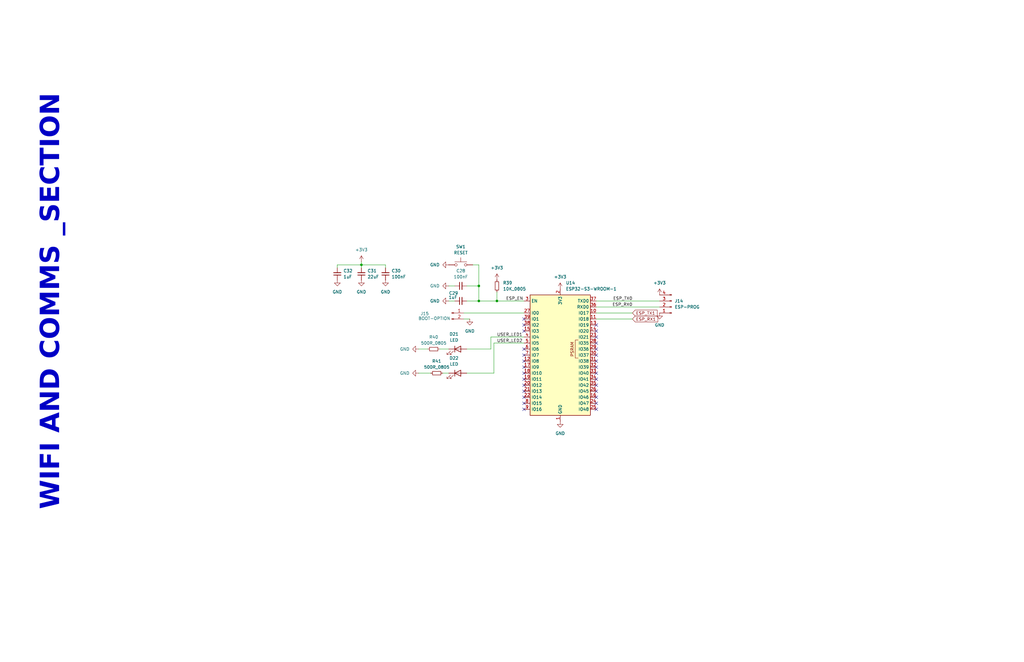
<source format=kicad_sch>
(kicad_sch (version 20250114) (generator "eeschema") (generator_version "9.0")
  (paper "B")
  (lib_symbols
    (symbol "Connector:Conn_01x02_Pin" (pin_names (offset 1.016) (hide yes))
      (property "Reference" "J" (at 0 2.54 0))
      (property "Value" "Conn_01x02_Pin" (at 0 -5.08 0))
      (symbol "Conn_01x02_Pin_1_1"
        (rectangle (start 0.8636 0.127) (end 0 -0.127) (stroke (width 0.1524)) (fill (type outline)))
        (rectangle (start 0.8636 -2.413) (end 0 -2.667) (stroke (width 0.1524)) (fill (type outline)))
        (polyline (pts (xy 1.27 0) (xy 0.8636 0)) (stroke (width 0.1524)))
        (polyline (pts (xy 1.27 -2.54) (xy 0.8636 -2.54)) (stroke (width 0.1524)))
        (pin passive line (at 5.08 0 180) (length 3.81) (name "Pin_1") (number "1"))
        (pin passive line (at 5.08 -2.54 180) (length 3.81) (name "Pin_2") (number "2"))
      )
    )
    (symbol "Connector:Conn_01x04_Pin" (pin_names (offset 1.016) (hide yes))
      (property "Reference" "J" (at 0 5.08 0))
      (property "Value" "Conn_01x04_Pin" (at 0 -7.62 0))
      (symbol "Conn_01x04_Pin_1_1"
        (rectangle (start 0.8636 2.667) (end 0 2.413) (stroke (width 0.1524)) (fill (type outline)))
        (rectangle (start 0.8636 0.127) (end 0 -0.127) (stroke (width 0.1524)) (fill (type outline)))
        (rectangle (start 0.8636 -2.413) (end 0 -2.667) (stroke (width 0.1524)) (fill (type outline)))
        (rectangle (start 0.8636 -4.953) (end 0 -5.207) (stroke (width 0.1524)) (fill (type outline)))
        (polyline (pts (xy 1.27 2.54) (xy 0.8636 2.54)) (stroke (width 0.1524)))
        (polyline (pts (xy 1.27 0) (xy 0.8636 0)) (stroke (width 0.1524)))
        (polyline (pts (xy 1.27 -2.54) (xy 0.8636 -2.54)) (stroke (width 0.1524)))
        (polyline (pts (xy 1.27 -5.08) (xy 0.8636 -5.08)) (stroke (width 0.1524)))
        (pin passive line (at 5.08 2.54 180) (length 3.81) (name "Pin_1") (number "1"))
        (pin passive line (at 5.08 0 180) (length 3.81) (name "Pin_2") (number "2"))
        (pin passive line (at 5.08 -2.54 180) (length 3.81) (name "Pin_3") (number "3"))
        (pin passive line (at 5.08 -5.08 180) (length 3.81) (name "Pin_4") (number "4"))
      )
    )
    (symbol "Device:C_Small" (pin_numbers (hide yes)) (pin_names (offset 0.254) (hide yes))
      (property "Reference" "C" (at 0.254 1.778 0))
      (property "Value" "C_Small" (at 0.254 -2.032 0))
      (symbol "C_Small_0_1"
        (polyline (pts (xy -1.524 0.508) (xy 1.524 0.508)) (stroke (width 0.3048)))
        (polyline (pts (xy -1.524 -0.508) (xy 1.524 -0.508)) (stroke (width 0.3302)))
      )
      (symbol "C_Small_1_1"
        (pin passive line (at 0 2.54 270) (length 2.032) (name "~") (number "1"))
        (pin passive line (at 0 -2.54 90) (length 2.032) (name "~") (number "2"))
      )
    )
    (symbol "Device:LED" (pin_numbers (hide yes)) (pin_names (offset 1.016) (hide yes))
      (property "Reference" "D" (at 0 2.54 0))
      (property "Value" "LED" (at 0 -2.54 0))
      (symbol "LED_0_1"
        (polyline (pts (xy -3.048 -0.762) (xy -4.572 -2.286) (xy -3.81 -2.286) (xy -4.572 -2.286) (xy -4.572 -1.524)))
        (polyline (pts (xy -1.778 -0.762) (xy -3.302 -2.286) (xy -2.54 -2.286) (xy -3.302 -2.286) (xy -3.302 -1.524)))
        (polyline (pts (xy -1.27 0) (xy 1.27 0)))
        (polyline (pts (xy -1.27 -1.27) (xy -1.27 1.27)) (stroke (width 0.254)))
        (polyline (pts (xy 1.27 -1.27) (xy 1.27 1.27) (xy -1.27 0) (xy 1.27 -1.27)) (stroke (width 0.254)))
      )
      (symbol "LED_1_1"
        (pin passive line (at -3.81 0 0) (length 2.54) (name "K") (number "1"))
        (pin passive line (at 3.81 0 180) (length 2.54) (name "A") (number "2"))
      )
    )
    (symbol "Device:R_Small" (pin_numbers (hide yes)) (pin_names (offset 0.254) (hide yes))
      (property "Reference" "R" (at 0.762 0.508 0))
      (property "Value" "R_Small" (at 0.762 -1.016 0))
      (symbol "R_Small_0_1"
        (rectangle (start -0.762 1.778) (end 0.762 -1.778) (stroke (width 0.2032)))
      )
      (symbol "R_Small_1_1"
        (pin passive line (at 0 2.54 270) (length 0.762) (name "~") (number "1"))
        (pin passive line (at 0 -2.54 90) (length 0.762) (name "~") (number "2"))
      )
    )
    (symbol "RF_Module:ESP32-S3-WROOM-1"
      (property "Reference" "U" (at -12.7 26.67 0))
      (property "Value" "ESP32-S3-WROOM-1" (at 12.7 26.67 0))
      (symbol "ESP32-S3-WROOM-1_0_0"
        (rectangle (start -12.7 25.4) (end 12.7 -25.4) (stroke (width 0.254)) (fill (type background)))
        (text "PSRAM" (at 5.08 2.54 900) (effects (font (size 1.27 1.27))))
      )
      (symbol "ESP32-S3-WROOM-1_0_1"
        (polyline (pts (xy 7.62 -1.27) (xy 6.35 -1.27) (xy 6.35 6.35) (xy 7.62 6.35)))
      )
      (symbol "ESP32-S3-WROOM-1_1_1"
        (pin input line (at -15.24 22.86 0) (length 2.54) (name "EN") (number "3"))
        (pin bidirectional line (at -15.24 17.78 0) (length 2.54) (name "IO0") (number "27"))
        (pin bidirectional line (at -15.24 15.24 0) (length 2.54) (name "IO1") (number "39"))
        (pin bidirectional line (at -15.24 12.7 0) (length 2.54) (name "IO2") (number "38"))
        (pin bidirectional line (at -15.24 10.16 0) (length 2.54) (name "IO3") (number "15"))
        (pin bidirectional line (at -15.24 7.62 0) (length 2.54) (name "IO4") (number "4"))
        (pin bidirectional line (at -15.24 5.08 0) (length 2.54) (name "IO5") (number "5"))
        (pin bidirectional line (at -15.24 2.54 0) (length 2.54) (name "IO6") (number "6"))
        (pin bidirectional line (at -15.24 0 0) (length 2.54) (name "IO7") (number "7"))
        (pin bidirectional line (at -15.24 -2.54 0) (length 2.54) (name "IO8") (number "12"))
        (pin bidirectional line (at -15.24 -5.08 0) (length 2.54) (name "IO9") (number "17"))
        (pin bidirectional line (at -15.24 -7.62 0) (length 2.54) (name "IO10") (number "18"))
        (pin bidirectional line (at -15.24 -10.16 0) (length 2.54) (name "IO11") (number "19"))
        (pin bidirectional line (at -15.24 -12.7 0) (length 2.54) (name "IO12") (number "20"))
        (pin bidirectional line (at -15.24 -15.24 0) (length 2.54) (name "IO13") (number "21"))
        (pin bidirectional line (at -15.24 -17.78 0) (length 2.54) (name "IO14") (number "22"))
        (pin bidirectional line (at -15.24 -20.32 0) (length 2.54) (name "IO15") (number "8"))
        (pin bidirectional line (at -15.24 -22.86 0) (length 2.54) (name "IO16") (number "9"))
        (pin power_in line (at 0 27.94 270) (length 2.54) (name "3V3") (number "2"))
        (pin power_in line (at 0 -27.94 90) (length 2.54) (name "GND") (number "1"))
        (pin passive line (at 0 -27.94 90) (length 2.54) (hide yes) (name "GND") (number "40"))
        (pin passive line (at 0 -27.94 90) (length 2.54) (hide yes) (name "GND") (number "41"))
        (pin bidirectional line (at 15.24 22.86 180) (length 2.54) (name "TXD0") (number "37"))
        (pin bidirectional line (at 15.24 20.32 180) (length 2.54) (name "RXD0") (number "36"))
        (pin bidirectional line (at 15.24 17.78 180) (length 2.54) (name "IO17") (number "10"))
        (pin bidirectional line (at 15.24 15.24 180) (length 2.54) (name "IO18") (number "11"))
        (pin bidirectional line (at 15.24 12.7 180) (length 2.54) (name "IO19") (number "13"))
        (pin bidirectional line (at 15.24 10.16 180) (length 2.54) (name "IO20") (number "14"))
        (pin bidirectional line (at 15.24 7.62 180) (length 2.54) (name "IO21") (number "23"))
        (pin bidirectional line (at 15.24 5.08 180) (length 2.54) (name "IO35") (number "28"))
        (pin bidirectional line (at 15.24 2.54 180) (length 2.54) (name "IO36") (number "29"))
        (pin bidirectional line (at 15.24 0 180) (length 2.54) (name "IO37") (number "30"))
        (pin bidirectional line (at 15.24 -2.54 180) (length 2.54) (name "IO38") (number "31"))
        (pin bidirectional line (at 15.24 -5.08 180) (length 2.54) (name "IO39") (number "32"))
        (pin bidirectional line (at 15.24 -7.62 180) (length 2.54) (name "IO40") (number "33"))
        (pin bidirectional line (at 15.24 -10.16 180) (length 2.54) (name "IO41") (number "34"))
        (pin bidirectional line (at 15.24 -12.7 180) (length 2.54) (name "IO42") (number "35"))
        (pin bidirectional line (at 15.24 -15.24 180) (length 2.54) (name "IO45") (number "26"))
        (pin bidirectional line (at 15.24 -17.78 180) (length 2.54) (name "IO46") (number "16"))
        (pin bidirectional line (at 15.24 -20.32 180) (length 2.54) (name "IO47") (number "24"))
        (pin bidirectional line (at 15.24 -22.86 180) (length 2.54) (name "IO48") (number "25"))
      )
    )
    (symbol "Switch:SW_Push" (pin_numbers (hide yes)) (pin_names (offset 1.016) (hide yes))
      (property "Reference" "SW" (at 1.27 2.54 0))
      (property "Value" "SW_Push" (at 0 -1.524 0))
      (symbol "SW_Push_0_1"
        (circle (center -2.032 0) (radius 0.508))
        (polyline (pts (xy 0 1.27) (xy 0 3.048)))
        (circle (center 2.032 0) (radius 0.508))
        (polyline (pts (xy 2.54 1.27) (xy -2.54 1.27)))
        (pin passive line (at -5.08 0 0) (length 2.54) (name "1") (number "1"))
        (pin passive line (at 5.08 0 180) (length 2.54) (name "2") (number "2"))
      )
    )
    (symbol "power:+3V3" (power) (pin_numbers (hide yes)) (pin_names (offset 0) (hide yes))
      (property "Value" "+3V3" (at 0 3.556 0))
      (symbol "+3V3_0_1"
        (polyline (pts (xy -0.762 1.27) (xy 0 2.54)))
        (polyline (pts (xy 0 2.54) (xy 0.762 1.27)))
        (polyline (pts (xy 0 0) (xy 0 2.54)))
      )
      (symbol "+3V3_1_1"
        (pin power_in line (at 0 0 90) (length 0) (name "~") (number "1"))
      )
    )
    (symbol "power:GND" (power) (pin_numbers (hide yes)) (pin_names (offset 0) (hide yes))
      (property "Value" "GND" (at 0 -3.81 0))
      (symbol "GND_0_1"
        (polyline (pts (xy 0 0) (xy 0 -1.27) (xy 1.27 -1.27) (xy 0 -2.54) (xy -1.27 -1.27) (xy 0 -1.27)))
      )
      (symbol "GND_1_1"
        (pin power_in line (at 0 0 270) (length 0) (name "~") (number "1"))
      )
    )
  )
  (text "WIFI AND COMMS _SECTION\n" (at 23.622 127.254 90) (effects (font (size 8 8) (thickness 1.6) (bold yes))))
  (junction (at 209.55 127))
  (junction (at 201.93 120.65))
  (junction (at 152.4 111.76))
  (junction (at 201.93 127))
  (no_connect (at 251.46 165.1))
  (no_connect (at 251.46 142.24))
  (no_connect (at 220.98 157.48))
  (no_connect (at 251.46 137.16))
  (no_connect (at 251.46 167.64))
  (no_connect (at 251.46 157.48))
  (no_connect (at 220.98 137.16))
  (no_connect (at 220.98 154.94))
  (no_connect (at 220.98 162.56))
  (no_connect (at 220.98 160.02))
  (no_connect (at 251.46 170.18))
  (no_connect (at 220.98 152.4))
  (no_connect (at 220.98 170.18))
  (no_connect (at 251.46 144.78))
  (no_connect (at 251.46 162.56))
  (no_connect (at 220.98 172.72))
  (no_connect (at 220.98 134.62))
  (no_connect (at 251.46 147.32))
  (no_connect (at 220.98 149.86))
  (no_connect (at 251.46 152.4))
  (no_connect (at 251.46 172.72))
  (no_connect (at 251.46 160.02))
  (no_connect (at 220.98 165.1))
  (no_connect (at 251.46 154.94))
  (no_connect (at 251.46 139.7))
  (no_connect (at 251.46 149.86))
  (no_connect (at 220.98 139.7))
  (no_connect (at 220.98 147.32))
  (no_connect (at 220.98 167.64))
  (wire (pts (xy 209.55 127) (xy 220.98 127)))
  (wire (pts (xy 186.69 157.48) (xy 189.23 157.48)))
  (wire (pts (xy 142.24 111.76) (xy 152.4 111.76)))
  (wire (pts (xy 176.53 157.48) (xy 181.61 157.48)))
  (wire (pts (xy 196.85 147.32) (xy 207.01 147.32)))
  (wire (pts (xy 207.01 142.24) (xy 220.98 142.24)))
  (wire (pts (xy 162.56 113.03) (xy 162.56 111.76)))
  (wire (pts (xy 162.56 111.76) (xy 152.4 111.76)))
  (wire (pts (xy 251.46 127) (xy 278.13 127)))
  (wire (pts (xy 201.93 127) (xy 209.55 127)))
  (wire (pts (xy 152.4 110.49) (xy 152.4 111.76)))
  (wire (pts (xy 176.53 147.32) (xy 180.34 147.32)))
  (wire (pts (xy 201.93 120.65) (xy 196.85 120.65)))
  (wire (pts (xy 207.01 147.32) (xy 207.01 142.24)))
  (wire (pts (xy 195.58 132.08) (xy 220.98 132.08)))
  (wire (pts (xy 196.85 127) (xy 201.93 127)))
  (wire (pts (xy 209.55 123.19) (xy 209.55 127)))
  (wire (pts (xy 208.28 144.78) (xy 220.98 144.78)))
  (wire (pts (xy 251.46 132.08) (xy 266.7 132.08)))
  (wire (pts (xy 251.46 129.54) (xy 278.13 129.54)))
  (wire (pts (xy 196.85 157.48) (xy 208.28 157.48)))
  (wire (pts (xy 201.93 120.65) (xy 201.93 127)))
  (wire (pts (xy 142.24 113.03) (xy 142.24 111.76)))
  (wire (pts (xy 189.23 127) (xy 191.77 127)))
  (wire (pts (xy 251.46 134.62) (xy 266.7 134.62)))
  (wire (pts (xy 185.42 147.32) (xy 189.23 147.32)))
  (wire (pts (xy 152.4 111.76) (xy 152.4 113.03)))
  (wire (pts (xy 199.39 111.76) (xy 201.93 111.76)))
  (wire (pts (xy 189.23 120.65) (xy 191.77 120.65)))
  (wire (pts (xy 201.93 111.76) (xy 201.93 120.65)))
  (wire (pts (xy 208.28 157.48) (xy 208.28 144.78)))
  (wire (pts (xy 198.12 134.62) (xy 195.58 134.62)))
  (label "USER_LED1" (at 209.55 142.24 0))
  (label "ESP_TX0" (at 266.7 127 180))
  (label "USER_LED2" (at 209.55 144.78 0))
  (label "ESP_EN" (at 213.36 127 0))
  (label "ESP_RX0" (at 266.7 129.54 180))
  (global_label "ESP_TX1" (shape input) (at 266.7 132.08 0) (property "Intersheetrefs" "${INTERSHEET_REFS}" (effects (hide yes))))
  (global_label "ESP_RX1" (shape input) (at 266.7 134.62 0) (property "Intersheetrefs" "${INTERSHEET_REFS}" (effects (hide yes))))
  (symbol (lib_id "Device:R_Small") (at 182.88 147.32 90) (unit 1)
    (property "Reference" "R40" (at 182.88 142.24 90))
    (property "Value" "500R_0805" (at 182.88 144.78 90))
    (property "Footprint" "Resistor_SMD:R_0805_2012Metric" (effects (hide yes)))
    (property "Description" "Resistor, small symbol" (effects (hide yes)))
    (property "LCSC Part#" "C2828857" (effects (hide yes)))
  )
  (symbol (lib_id "power:GND") (at 162.56 118.11 0) (unit 1)
    (property "Reference" "#PWR0140" (effects (hide yes)))
    (property "Value" "GND" (at 162.56 123.19 0))
    (property "Description" "Power symbol creates a global label with name \"GND\" , ground" (effects (hide yes)))
  )
  (symbol (lib_id "power:GND") (at 189.23 111.76 270) (unit 1)
    (property "Reference" "#PWR0135" (effects (hide yes)))
    (property "Value" "GND" (at 185.42 111.76 90) (effects (justify right)))
    (property "Description" "Power symbol creates a global label with name \"GND\" , ground" (effects (hide yes)))
  )
  (symbol (lib_id "power:GND") (at 142.24 118.11 0) (unit 1)
    (property "Reference" "#PWR0144" (effects (hide yes)))
    (property "Value" "GND" (at 142.24 123.19 0))
    (property "Description" "Power symbol creates a global label with name \"GND\" , ground" (effects (hide yes)))
  )
  (symbol (lib_id "power:+3V3") (at 236.22 121.92 0) (unit 1)
    (property "Reference" "#PWR0131" (effects (hide yes)))
    (property "Value" "+3V3" (at 236.22 116.84 0))
    (property "Description" "Power symbol creates a global label with name \"+3V3\"" (effects (hide yes)))
  )
  (symbol (lib_id "Connector:Conn_01x02_Pin") (at 190.5 132.08 0) (unit 1)
    (property "Reference" "J15" (at 179.07 132.334 0))
    (property "Value" "BOOT-OPTION" (at 183.134 134.366 0))
    (property "Footprint" "Connector_PinHeader_2.54mm:PinHeader_1x02_P2.54mm_Vertical" (effects (hide yes)))
    (property "Description" "Generic connector, single row, 01x02, script generated" (effects (hide yes)))
    (property "LCSC Part#" "C492401" (effects (hide yes)))
  )
  (symbol (lib_id "Device:LED") (at 193.04 157.48 0) (unit 1)
    (property "Reference" "D22" (at 191.4525 151.13 0))
    (property "Value" "LED" (at 191.4525 153.67 0))
    (property "Footprint" "LED_SMD:LED_0603_1608Metric" (effects (hide yes)))
    (property "Description" "Light emitting diode" (effects (hide yes)))
    (property "LCSC Part#" "C965800" (effects (hide yes)))
  )
  (symbol (lib_id "Connector:Conn_01x04_Pin") (at 283.21 129.54 180) (unit 1)
    (property "Reference" "J14" (at 284.48 127 0) (effects (justify right)))
    (property "Value" "ESP-PROG" (at 284.48 129.54 0) (effects (justify right)))
    (property "Footprint" "Connector_PinHeader_2.54mm:PinHeader_1x04_P2.54mm_Vertical" (effects (hide yes)))
    (property "Description" "Generic connector, single row, 01x04, script generated" (effects (hide yes)))
    (property "LCSC Part#" "C2691448" (effects (hide yes)))
  )
  (symbol (lib_id "power:GND") (at 189.23 127 270) (unit 1)
    (property "Reference" "#PWR0138" (effects (hide yes)))
    (property "Value" "GND" (at 185.42 127 90) (effects (justify right)))
    (property "Description" "Power symbol creates a global label with name \"GND\" , ground" (effects (hide yes)))
  )
  (symbol (lib_id "Device:C_Small") (at 142.24 115.57 180) (unit 1)
    (property "Reference" "C32" (at 144.78 114.2936 0) (effects (justify right)))
    (property "Value" "1uF" (at 144.78 116.8336 0) (effects (justify right)))
    (property "Footprint" "Capacitor_SMD:C_0805_2012Metric" (effects (hide yes)))
    (property "Description" "Unpolarized capacitor, small symbol" (effects (hide yes)))
    (property "LCSC Part#" "C28323" (effects (hide yes)))
  )
  (symbol (lib_id "Device:C_Small") (at 194.31 127 90) (unit 1)
    (property "Reference" "C29" (at 191.262 123.698 90))
    (property "Value" "1uF" (at 191.008 125.476 90))
    (property "Footprint" "Capacitor_SMD:C_0805_2012Metric" (effects (hide yes)))
    (property "Description" "Unpolarized capacitor, small symbol" (effects (hide yes)))
    (property "LCSC Part#" "C28323" (effects (hide yes)))
  )
  (symbol (lib_id "power:GND") (at 176.53 157.48 270) (unit 1)
    (property "Reference" "#PWR0142" (effects (hide yes)))
    (property "Value" "GND" (at 172.72 157.48 90) (effects (justify right)))
    (property "Description" "Power symbol creates a global label with name \"GND\" , ground" (effects (hide yes)))
  )
  (symbol (lib_id "Device:C_Small") (at 194.31 120.65 90) (unit 1)
    (property "Reference" "C28" (at 194.3163 114.3 90))
    (property "Value" "100nF" (at 194.3163 116.84 90))
    (property "Footprint" "Capacitor_SMD:C_0805_2012Metric" (effects (hide yes)))
    (property "Description" "Unpolarized capacitor, small symbol" (effects (hide yes)))
    (property "LCSC Part#" "C49678" (effects (hide yes)))
  )
  (symbol (lib_id "power:+3V3") (at 278.13 124.46 0) (unit 1)
    (property "Reference" "#PWR0132" (effects (hide yes)))
    (property "Value" "+3V3" (at 278.13 119.38 0))
    (property "Description" "Power symbol creates a global label with name \"+3V3\"" (effects (hide yes)))
  )
  (symbol (lib_id "Device:C_Small") (at 162.56 115.57 180) (unit 1)
    (property "Reference" "C30" (at 165.1 114.2936 0) (effects (justify right)))
    (property "Value" "100nF" (at 165.1 116.8336 0) (effects (justify right)))
    (property "Footprint" "Capacitor_SMD:C_0805_2012Metric" (effects (hide yes)))
    (property "Description" "Unpolarized capacitor, small symbol" (effects (hide yes)))
    (property "LCSC Part#" "C49678" (effects (hide yes)))
  )
  (symbol (lib_id "Switch:SW_Push") (at 194.31 111.76 0) (unit 1)
    (property "Reference" "SW1" (at 194.31 104.14 0))
    (property "Value" "RESET" (at 194.31 106.68 0))
    (property "Footprint" "Button_Switch_SMD:SW_SPST_PTS810" (effects (hide yes)))
    (property "Description" "Push button switch, generic, two pins" (effects (hide yes)))
    (property "LCSC Part#" "C116501" (effects (hide yes)))
  )
  (symbol (lib_id "power:GND") (at 236.22 177.8 0) (unit 1)
    (property "Reference" "#PWR0130" (effects (hide yes)))
    (property "Value" "GND" (at 236.22 182.88 0))
    (property "Description" "Power symbol creates a global label with name \"GND\" , ground" (effects (hide yes)))
  )
  (symbol (lib_id "Device:LED") (at 193.04 147.32 0) (unit 1)
    (property "Reference" "D21" (at 191.4525 140.97 0))
    (property "Value" "LED" (at 191.4525 143.51 0))
    (property "Footprint" "LED_SMD:LED_0603_1608Metric" (effects (hide yes)))
    (property "Description" "Light emitting diode" (effects (hide yes)))
    (property "LCSC Part#" "C965800" (effects (hide yes)))
  )
  (symbol (lib_id "Device:R_Small") (at 209.55 120.65 0) (unit 1)
    (property "Reference" "R39" (at 212.09 119.38 0) (effects (justify left)))
    (property "Value" "10K_0805" (at 212.09 121.92 0) (effects (justify left)))
    (property "Footprint" "Resistor_SMD:R_0805_2012Metric" (effects (hide yes)))
    (property "Description" "Resistor, small symbol" (effects (hide yes)))
    (property "LCSC Part#" "C84376" (effects (hide yes)))
  )
  (symbol (lib_id "power:GND") (at 176.53 147.32 270) (unit 1)
    (property "Reference" "#PWR0143" (effects (hide yes)))
    (property "Value" "GND" (at 172.72 147.32 90) (effects (justify right)))
    (property "Description" "Power symbol creates a global label with name \"GND\" , ground" (effects (hide yes)))
  )
  (symbol (lib_id "Device:R_Small") (at 184.15 157.48 90) (unit 1)
    (property "Reference" "R41" (at 184.15 152.4 90))
    (property "Value" "500R_0805" (at 184.15 154.94 90))
    (property "Footprint" "Resistor_SMD:R_0805_2012Metric" (effects (hide yes)))
    (property "Description" "Resistor, small symbol" (effects (hide yes)))
    (property "LCSC Part#" "C2828857" (effects (hide yes)))
  )
  (symbol (lib_id "power:+3V3") (at 209.55 118.11 0) (unit 1)
    (property "Reference" "#PWR0137" (effects (hide yes)))
    (property "Value" "+3V3" (at 209.55 113.03 0))
    (property "Description" "Power symbol creates a global label with name \"+3V3\"" (effects (hide yes)))
  )
  (symbol (lib_id "power:GND") (at 278.13 132.08 0) (unit 1)
    (property "Reference" "#PWR0133" (effects (hide yes)))
    (property "Value" "GND" (at 278.13 137.16 0))
    (property "Description" "Power symbol creates a global label with name \"GND\" , ground" (effects (hide yes)))
  )
  (symbol (lib_id "power:GND") (at 152.4 118.11 0) (unit 1)
    (property "Reference" "#PWR0139" (effects (hide yes)))
    (property "Value" "GND" (at 152.4 123.19 0))
    (property "Description" "Power symbol creates a global label with name \"GND\" , ground" (effects (hide yes)))
  )
  (symbol (lib_id "RF_Module:ESP32-S3-WROOM-1") (at 236.22 149.86 0) (unit 1)
    (property "Reference" "U14" (at 238.5831 119.38 0) (effects (justify left)))
    (property "Value" "ESP32-S3-WROOM-1" (at 238.5831 121.92 0) (effects (justify left)))
    (property "Footprint" "RF_Module:ESP32-S3-WROOM-1" (effects (hide yes)))
    (property "Datasheet" "https://www.espressif.com/sites/default/files/documentation/esp32-s3-wroom-1_wroom-1u_datasheet_en.pdf" (effects (hide yes)))
    (property "Description" "RF Module, ESP32-S3 SoC, Wi-Fi 802.11b/g/n, Bluetooth, BLE, 32-bit, 3.3V, onboard antenna, SMD" (effects (hide yes)))
  )
  (symbol (lib_id "Device:C_Small") (at 152.4 115.57 180) (unit 1)
    (property "Reference" "C31" (at 154.94 114.2936 0) (effects (justify right)))
    (property "Value" "22uF" (at 154.94 116.8336 0) (effects (justify right)))
    (property "Footprint" "Capacitor_SMD:C_0805_2012Metric" (effects (hide yes)))
    (property "Description" "Unpolarized capacitor, small symbol" (effects (hide yes)))
    (property "LCSC Part#" "C602037" (effects (hide yes)))
  )
  (symbol (lib_id "power:+3V3") (at 152.4 110.49 0) (unit 1)
    (property "Reference" "#PWR0141" (effects (hide yes)))
    (property "Value" "+3V3" (at 152.4 105.41 0))
    (property "Description" "Power symbol creates a global label with name \"+3V3\"" (effects (hide yes)))
  )
  (symbol (lib_id "power:GND") (at 189.23 120.65 270) (unit 1)
    (property "Reference" "#PWR0136" (effects (hide yes)))
    (property "Value" "GND" (at 185.42 120.65 90) (effects (justify right)))
    (property "Description" "Power symbol creates a global label with name \"GND\" , ground" (effects (hide yes)))
  )
  (symbol (lib_id "power:GND") (at 198.12 134.62 0) (unit 1)
    (property "Reference" "#PWR0134" (effects (hide yes)))
    (property "Value" "GND" (at 198.12 139.7 0))
    (property "Description" "Power symbol creates a global label with name \"GND\" , ground" (effects (hide yes)))
  )
)
</source>
